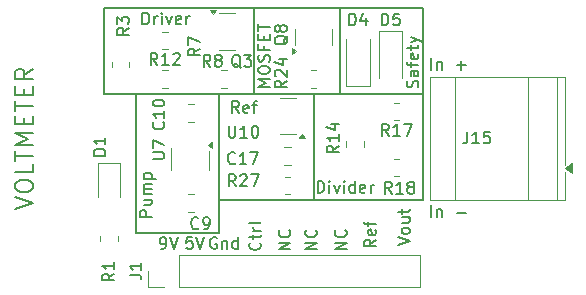
<source format=gbr>
%TF.GenerationSoftware,KiCad,Pcbnew,9.0.3*%
%TF.CreationDate,2025-12-07T20:25:51-06:00*%
%TF.ProjectId,VoltmeterFrontEnd_b,566f6c74-6d65-4746-9572-46726f6e7445,rev?*%
%TF.SameCoordinates,Original*%
%TF.FileFunction,Legend,Top*%
%TF.FilePolarity,Positive*%
%FSLAX46Y46*%
G04 Gerber Fmt 4.6, Leading zero omitted, Abs format (unit mm)*
G04 Created by KiCad (PCBNEW 9.0.3) date 2025-12-07 20:25:51*
%MOMM*%
%LPD*%
G01*
G04 APERTURE LIST*
%ADD10C,0.150000*%
%ADD11C,0.187500*%
%ADD12C,0.120000*%
G04 APERTURE END LIST*
D10*
X119369819Y-84163220D02*
X118369819Y-84163220D01*
X118369819Y-84163220D02*
X119369819Y-83591792D01*
X119369819Y-83591792D02*
X118369819Y-83591792D01*
X119274580Y-82544173D02*
X119322200Y-82591792D01*
X119322200Y-82591792D02*
X119369819Y-82734649D01*
X119369819Y-82734649D02*
X119369819Y-82829887D01*
X119369819Y-82829887D02*
X119322200Y-82972744D01*
X119322200Y-82972744D02*
X119226961Y-83067982D01*
X119226961Y-83067982D02*
X119131723Y-83115601D01*
X119131723Y-83115601D02*
X118941247Y-83163220D01*
X118941247Y-83163220D02*
X118798390Y-83163220D01*
X118798390Y-83163220D02*
X118607914Y-83115601D01*
X118607914Y-83115601D02*
X118512676Y-83067982D01*
X118512676Y-83067982D02*
X118417438Y-82972744D01*
X118417438Y-82972744D02*
X118369819Y-82829887D01*
X118369819Y-82829887D02*
X118369819Y-82734649D01*
X118369819Y-82734649D02*
X118417438Y-82591792D01*
X118417438Y-82591792D02*
X118465057Y-82544173D01*
X116869819Y-84163220D02*
X115869819Y-84163220D01*
X115869819Y-84163220D02*
X116869819Y-83591792D01*
X116869819Y-83591792D02*
X115869819Y-83591792D01*
X116774580Y-82544173D02*
X116822200Y-82591792D01*
X116822200Y-82591792D02*
X116869819Y-82734649D01*
X116869819Y-82734649D02*
X116869819Y-82829887D01*
X116869819Y-82829887D02*
X116822200Y-82972744D01*
X116822200Y-82972744D02*
X116726961Y-83067982D01*
X116726961Y-83067982D02*
X116631723Y-83115601D01*
X116631723Y-83115601D02*
X116441247Y-83163220D01*
X116441247Y-83163220D02*
X116298390Y-83163220D01*
X116298390Y-83163220D02*
X116107914Y-83115601D01*
X116107914Y-83115601D02*
X116012676Y-83067982D01*
X116012676Y-83067982D02*
X115917438Y-82972744D01*
X115917438Y-82972744D02*
X115869819Y-82829887D01*
X115869819Y-82829887D02*
X115869819Y-82734649D01*
X115869819Y-82734649D02*
X115917438Y-82591792D01*
X115917438Y-82591792D02*
X115965057Y-82544173D01*
X114619819Y-84163220D02*
X113619819Y-84163220D01*
X113619819Y-84163220D02*
X114619819Y-83591792D01*
X114619819Y-83591792D02*
X113619819Y-83591792D01*
X114524580Y-82544173D02*
X114572200Y-82591792D01*
X114572200Y-82591792D02*
X114619819Y-82734649D01*
X114619819Y-82734649D02*
X114619819Y-82829887D01*
X114619819Y-82829887D02*
X114572200Y-82972744D01*
X114572200Y-82972744D02*
X114476961Y-83067982D01*
X114476961Y-83067982D02*
X114381723Y-83115601D01*
X114381723Y-83115601D02*
X114191247Y-83163220D01*
X114191247Y-83163220D02*
X114048390Y-83163220D01*
X114048390Y-83163220D02*
X113857914Y-83115601D01*
X113857914Y-83115601D02*
X113762676Y-83067982D01*
X113762676Y-83067982D02*
X113667438Y-82972744D01*
X113667438Y-82972744D02*
X113619819Y-82829887D01*
X113619819Y-82829887D02*
X113619819Y-82734649D01*
X113619819Y-82734649D02*
X113667438Y-82591792D01*
X113667438Y-82591792D02*
X113715057Y-82544173D01*
X104586000Y-71002000D02*
X101586000Y-71002000D01*
X98836000Y-63752000D02*
X118836000Y-63752000D01*
X118836000Y-71002000D01*
X98836000Y-71002000D01*
X98836000Y-63752000D01*
X101586000Y-71002000D02*
X101586000Y-82750000D01*
X108586000Y-80002000D02*
X108586000Y-82750000D01*
X118836000Y-63752000D02*
X125836000Y-63752000D01*
X125836000Y-71002000D01*
X118836000Y-71002000D01*
X118836000Y-63752000D01*
X111500000Y-71000000D02*
X111500000Y-63750000D01*
X101586000Y-82750000D02*
X108586000Y-82750000D01*
X116586000Y-71002000D02*
X125836000Y-71002000D01*
X125836000Y-80002000D01*
X116586000Y-80002000D01*
X116586000Y-71002000D01*
X108586000Y-71002000D02*
X116586000Y-71002000D01*
X116586000Y-80002000D01*
X108586000Y-80002000D01*
X108586000Y-71002000D01*
X125836000Y-80002000D02*
X125836000Y-80002000D01*
X126547619Y-81454819D02*
X126547619Y-80454819D01*
X127023809Y-80788152D02*
X127023809Y-81454819D01*
X127023809Y-80883390D02*
X127071428Y-80835771D01*
X127071428Y-80835771D02*
X127166666Y-80788152D01*
X127166666Y-80788152D02*
X127309523Y-80788152D01*
X127309523Y-80788152D02*
X127404761Y-80835771D01*
X127404761Y-80835771D02*
X127452380Y-80931009D01*
X127452380Y-80931009D02*
X127452380Y-81454819D01*
X128690476Y-81073866D02*
X129452381Y-81073866D01*
X116922779Y-79371819D02*
X116922779Y-78371819D01*
X116922779Y-78371819D02*
X117160874Y-78371819D01*
X117160874Y-78371819D02*
X117303731Y-78419438D01*
X117303731Y-78419438D02*
X117398969Y-78514676D01*
X117398969Y-78514676D02*
X117446588Y-78609914D01*
X117446588Y-78609914D02*
X117494207Y-78800390D01*
X117494207Y-78800390D02*
X117494207Y-78943247D01*
X117494207Y-78943247D02*
X117446588Y-79133723D01*
X117446588Y-79133723D02*
X117398969Y-79228961D01*
X117398969Y-79228961D02*
X117303731Y-79324200D01*
X117303731Y-79324200D02*
X117160874Y-79371819D01*
X117160874Y-79371819D02*
X116922779Y-79371819D01*
X117922779Y-79371819D02*
X117922779Y-78705152D01*
X117922779Y-78371819D02*
X117875160Y-78419438D01*
X117875160Y-78419438D02*
X117922779Y-78467057D01*
X117922779Y-78467057D02*
X117970398Y-78419438D01*
X117970398Y-78419438D02*
X117922779Y-78371819D01*
X117922779Y-78371819D02*
X117922779Y-78467057D01*
X118303731Y-78705152D02*
X118541826Y-79371819D01*
X118541826Y-79371819D02*
X118779921Y-78705152D01*
X119160874Y-79371819D02*
X119160874Y-78705152D01*
X119160874Y-78371819D02*
X119113255Y-78419438D01*
X119113255Y-78419438D02*
X119160874Y-78467057D01*
X119160874Y-78467057D02*
X119208493Y-78419438D01*
X119208493Y-78419438D02*
X119160874Y-78371819D01*
X119160874Y-78371819D02*
X119160874Y-78467057D01*
X120065635Y-79371819D02*
X120065635Y-78371819D01*
X120065635Y-79324200D02*
X119970397Y-79371819D01*
X119970397Y-79371819D02*
X119779921Y-79371819D01*
X119779921Y-79371819D02*
X119684683Y-79324200D01*
X119684683Y-79324200D02*
X119637064Y-79276580D01*
X119637064Y-79276580D02*
X119589445Y-79181342D01*
X119589445Y-79181342D02*
X119589445Y-78895628D01*
X119589445Y-78895628D02*
X119637064Y-78800390D01*
X119637064Y-78800390D02*
X119684683Y-78752771D01*
X119684683Y-78752771D02*
X119779921Y-78705152D01*
X119779921Y-78705152D02*
X119970397Y-78705152D01*
X119970397Y-78705152D02*
X120065635Y-78752771D01*
X120922778Y-79324200D02*
X120827540Y-79371819D01*
X120827540Y-79371819D02*
X120637064Y-79371819D01*
X120637064Y-79371819D02*
X120541826Y-79324200D01*
X120541826Y-79324200D02*
X120494207Y-79228961D01*
X120494207Y-79228961D02*
X120494207Y-78848009D01*
X120494207Y-78848009D02*
X120541826Y-78752771D01*
X120541826Y-78752771D02*
X120637064Y-78705152D01*
X120637064Y-78705152D02*
X120827540Y-78705152D01*
X120827540Y-78705152D02*
X120922778Y-78752771D01*
X120922778Y-78752771D02*
X120970397Y-78848009D01*
X120970397Y-78848009D02*
X120970397Y-78943247D01*
X120970397Y-78943247D02*
X120494207Y-79038485D01*
X121398969Y-79371819D02*
X121398969Y-78705152D01*
X121398969Y-78895628D02*
X121446588Y-78800390D01*
X121446588Y-78800390D02*
X121494207Y-78752771D01*
X121494207Y-78752771D02*
X121589445Y-78705152D01*
X121589445Y-78705152D02*
X121684683Y-78705152D01*
X125408200Y-70462839D02*
X125455819Y-70319982D01*
X125455819Y-70319982D02*
X125455819Y-70081887D01*
X125455819Y-70081887D02*
X125408200Y-69986649D01*
X125408200Y-69986649D02*
X125360580Y-69939030D01*
X125360580Y-69939030D02*
X125265342Y-69891411D01*
X125265342Y-69891411D02*
X125170104Y-69891411D01*
X125170104Y-69891411D02*
X125074866Y-69939030D01*
X125074866Y-69939030D02*
X125027247Y-69986649D01*
X125027247Y-69986649D02*
X124979628Y-70081887D01*
X124979628Y-70081887D02*
X124932009Y-70272363D01*
X124932009Y-70272363D02*
X124884390Y-70367601D01*
X124884390Y-70367601D02*
X124836771Y-70415220D01*
X124836771Y-70415220D02*
X124741533Y-70462839D01*
X124741533Y-70462839D02*
X124646295Y-70462839D01*
X124646295Y-70462839D02*
X124551057Y-70415220D01*
X124551057Y-70415220D02*
X124503438Y-70367601D01*
X124503438Y-70367601D02*
X124455819Y-70272363D01*
X124455819Y-70272363D02*
X124455819Y-70034268D01*
X124455819Y-70034268D02*
X124503438Y-69891411D01*
X125455819Y-69034268D02*
X124932009Y-69034268D01*
X124932009Y-69034268D02*
X124836771Y-69081887D01*
X124836771Y-69081887D02*
X124789152Y-69177125D01*
X124789152Y-69177125D02*
X124789152Y-69367601D01*
X124789152Y-69367601D02*
X124836771Y-69462839D01*
X125408200Y-69034268D02*
X125455819Y-69129506D01*
X125455819Y-69129506D02*
X125455819Y-69367601D01*
X125455819Y-69367601D02*
X125408200Y-69462839D01*
X125408200Y-69462839D02*
X125312961Y-69510458D01*
X125312961Y-69510458D02*
X125217723Y-69510458D01*
X125217723Y-69510458D02*
X125122485Y-69462839D01*
X125122485Y-69462839D02*
X125074866Y-69367601D01*
X125074866Y-69367601D02*
X125074866Y-69129506D01*
X125074866Y-69129506D02*
X125027247Y-69034268D01*
X124789152Y-68700934D02*
X124789152Y-68319982D01*
X125455819Y-68558077D02*
X124598676Y-68558077D01*
X124598676Y-68558077D02*
X124503438Y-68510458D01*
X124503438Y-68510458D02*
X124455819Y-68415220D01*
X124455819Y-68415220D02*
X124455819Y-68319982D01*
X125408200Y-67605696D02*
X125455819Y-67700934D01*
X125455819Y-67700934D02*
X125455819Y-67891410D01*
X125455819Y-67891410D02*
X125408200Y-67986648D01*
X125408200Y-67986648D02*
X125312961Y-68034267D01*
X125312961Y-68034267D02*
X124932009Y-68034267D01*
X124932009Y-68034267D02*
X124836771Y-67986648D01*
X124836771Y-67986648D02*
X124789152Y-67891410D01*
X124789152Y-67891410D02*
X124789152Y-67700934D01*
X124789152Y-67700934D02*
X124836771Y-67605696D01*
X124836771Y-67605696D02*
X124932009Y-67558077D01*
X124932009Y-67558077D02*
X125027247Y-67558077D01*
X125027247Y-67558077D02*
X125122485Y-68034267D01*
X124789152Y-67272362D02*
X124789152Y-66891410D01*
X124455819Y-67129505D02*
X125312961Y-67129505D01*
X125312961Y-67129505D02*
X125408200Y-67081886D01*
X125408200Y-67081886D02*
X125455819Y-66986648D01*
X125455819Y-66986648D02*
X125455819Y-66891410D01*
X124789152Y-66653314D02*
X125455819Y-66415219D01*
X124789152Y-66177124D02*
X125455819Y-66415219D01*
X125455819Y-66415219D02*
X125693914Y-66510457D01*
X125693914Y-66510457D02*
X125741533Y-66558076D01*
X125741533Y-66558076D02*
X125789152Y-66653314D01*
X126547619Y-68954819D02*
X126547619Y-67954819D01*
X127023809Y-68288152D02*
X127023809Y-68954819D01*
X127023809Y-68383390D02*
X127071428Y-68335771D01*
X127071428Y-68335771D02*
X127166666Y-68288152D01*
X127166666Y-68288152D02*
X127309523Y-68288152D01*
X127309523Y-68288152D02*
X127404761Y-68335771D01*
X127404761Y-68335771D02*
X127452380Y-68431009D01*
X127452380Y-68431009D02*
X127452380Y-68954819D01*
X128690476Y-68573866D02*
X129452381Y-68573866D01*
X129071428Y-68954819D02*
X129071428Y-68192914D01*
X112869819Y-70415220D02*
X111869819Y-70415220D01*
X111869819Y-70415220D02*
X112584104Y-70081887D01*
X112584104Y-70081887D02*
X111869819Y-69748554D01*
X111869819Y-69748554D02*
X112869819Y-69748554D01*
X111869819Y-69081887D02*
X111869819Y-68891411D01*
X111869819Y-68891411D02*
X111917438Y-68796173D01*
X111917438Y-68796173D02*
X112012676Y-68700935D01*
X112012676Y-68700935D02*
X112203152Y-68653316D01*
X112203152Y-68653316D02*
X112536485Y-68653316D01*
X112536485Y-68653316D02*
X112726961Y-68700935D01*
X112726961Y-68700935D02*
X112822200Y-68796173D01*
X112822200Y-68796173D02*
X112869819Y-68891411D01*
X112869819Y-68891411D02*
X112869819Y-69081887D01*
X112869819Y-69081887D02*
X112822200Y-69177125D01*
X112822200Y-69177125D02*
X112726961Y-69272363D01*
X112726961Y-69272363D02*
X112536485Y-69319982D01*
X112536485Y-69319982D02*
X112203152Y-69319982D01*
X112203152Y-69319982D02*
X112012676Y-69272363D01*
X112012676Y-69272363D02*
X111917438Y-69177125D01*
X111917438Y-69177125D02*
X111869819Y-69081887D01*
X112822200Y-68272363D02*
X112869819Y-68129506D01*
X112869819Y-68129506D02*
X112869819Y-67891411D01*
X112869819Y-67891411D02*
X112822200Y-67796173D01*
X112822200Y-67796173D02*
X112774580Y-67748554D01*
X112774580Y-67748554D02*
X112679342Y-67700935D01*
X112679342Y-67700935D02*
X112584104Y-67700935D01*
X112584104Y-67700935D02*
X112488866Y-67748554D01*
X112488866Y-67748554D02*
X112441247Y-67796173D01*
X112441247Y-67796173D02*
X112393628Y-67891411D01*
X112393628Y-67891411D02*
X112346009Y-68081887D01*
X112346009Y-68081887D02*
X112298390Y-68177125D01*
X112298390Y-68177125D02*
X112250771Y-68224744D01*
X112250771Y-68224744D02*
X112155533Y-68272363D01*
X112155533Y-68272363D02*
X112060295Y-68272363D01*
X112060295Y-68272363D02*
X111965057Y-68224744D01*
X111965057Y-68224744D02*
X111917438Y-68177125D01*
X111917438Y-68177125D02*
X111869819Y-68081887D01*
X111869819Y-68081887D02*
X111869819Y-67843792D01*
X111869819Y-67843792D02*
X111917438Y-67700935D01*
X112346009Y-66939030D02*
X112346009Y-67272363D01*
X112869819Y-67272363D02*
X111869819Y-67272363D01*
X111869819Y-67272363D02*
X111869819Y-66796173D01*
X112346009Y-66415220D02*
X112346009Y-66081887D01*
X112869819Y-65939030D02*
X112869819Y-66415220D01*
X112869819Y-66415220D02*
X111869819Y-66415220D01*
X111869819Y-66415220D02*
X111869819Y-65939030D01*
X111869819Y-65653315D02*
X111869819Y-65081887D01*
X112869819Y-65367601D02*
X111869819Y-65367601D01*
X106312969Y-83119819D02*
X105836779Y-83119819D01*
X105836779Y-83119819D02*
X105789160Y-83596009D01*
X105789160Y-83596009D02*
X105836779Y-83548390D01*
X105836779Y-83548390D02*
X105932017Y-83500771D01*
X105932017Y-83500771D02*
X106170112Y-83500771D01*
X106170112Y-83500771D02*
X106265350Y-83548390D01*
X106265350Y-83548390D02*
X106312969Y-83596009D01*
X106312969Y-83596009D02*
X106360588Y-83691247D01*
X106360588Y-83691247D02*
X106360588Y-83929342D01*
X106360588Y-83929342D02*
X106312969Y-84024580D01*
X106312969Y-84024580D02*
X106265350Y-84072200D01*
X106265350Y-84072200D02*
X106170112Y-84119819D01*
X106170112Y-84119819D02*
X105932017Y-84119819D01*
X105932017Y-84119819D02*
X105836779Y-84072200D01*
X105836779Y-84072200D02*
X105789160Y-84024580D01*
X106646303Y-83119819D02*
X106979636Y-84119819D01*
X106979636Y-84119819D02*
X107312969Y-83119819D01*
X123705819Y-83806077D02*
X124705819Y-83472744D01*
X124705819Y-83472744D02*
X123705819Y-83139411D01*
X124705819Y-82663220D02*
X124658200Y-82758458D01*
X124658200Y-82758458D02*
X124610580Y-82806077D01*
X124610580Y-82806077D02*
X124515342Y-82853696D01*
X124515342Y-82853696D02*
X124229628Y-82853696D01*
X124229628Y-82853696D02*
X124134390Y-82806077D01*
X124134390Y-82806077D02*
X124086771Y-82758458D01*
X124086771Y-82758458D02*
X124039152Y-82663220D01*
X124039152Y-82663220D02*
X124039152Y-82520363D01*
X124039152Y-82520363D02*
X124086771Y-82425125D01*
X124086771Y-82425125D02*
X124134390Y-82377506D01*
X124134390Y-82377506D02*
X124229628Y-82329887D01*
X124229628Y-82329887D02*
X124515342Y-82329887D01*
X124515342Y-82329887D02*
X124610580Y-82377506D01*
X124610580Y-82377506D02*
X124658200Y-82425125D01*
X124658200Y-82425125D02*
X124705819Y-82520363D01*
X124705819Y-82520363D02*
X124705819Y-82663220D01*
X124039152Y-81472744D02*
X124705819Y-81472744D01*
X124039152Y-81901315D02*
X124562961Y-81901315D01*
X124562961Y-81901315D02*
X124658200Y-81853696D01*
X124658200Y-81853696D02*
X124705819Y-81758458D01*
X124705819Y-81758458D02*
X124705819Y-81615601D01*
X124705819Y-81615601D02*
X124658200Y-81520363D01*
X124658200Y-81520363D02*
X124610580Y-81472744D01*
X124039152Y-81139410D02*
X124039152Y-80758458D01*
X123705819Y-80996553D02*
X124562961Y-80996553D01*
X124562961Y-80996553D02*
X124658200Y-80948934D01*
X124658200Y-80948934D02*
X124705819Y-80853696D01*
X124705819Y-80853696D02*
X124705819Y-80758458D01*
X108360588Y-83167438D02*
X108265350Y-83119819D01*
X108265350Y-83119819D02*
X108122493Y-83119819D01*
X108122493Y-83119819D02*
X107979636Y-83167438D01*
X107979636Y-83167438D02*
X107884398Y-83262676D01*
X107884398Y-83262676D02*
X107836779Y-83357914D01*
X107836779Y-83357914D02*
X107789160Y-83548390D01*
X107789160Y-83548390D02*
X107789160Y-83691247D01*
X107789160Y-83691247D02*
X107836779Y-83881723D01*
X107836779Y-83881723D02*
X107884398Y-83976961D01*
X107884398Y-83976961D02*
X107979636Y-84072200D01*
X107979636Y-84072200D02*
X108122493Y-84119819D01*
X108122493Y-84119819D02*
X108217731Y-84119819D01*
X108217731Y-84119819D02*
X108360588Y-84072200D01*
X108360588Y-84072200D02*
X108408207Y-84024580D01*
X108408207Y-84024580D02*
X108408207Y-83691247D01*
X108408207Y-83691247D02*
X108217731Y-83691247D01*
X108836779Y-83453152D02*
X108836779Y-84119819D01*
X108836779Y-83548390D02*
X108884398Y-83500771D01*
X108884398Y-83500771D02*
X108979636Y-83453152D01*
X108979636Y-83453152D02*
X109122493Y-83453152D01*
X109122493Y-83453152D02*
X109217731Y-83500771D01*
X109217731Y-83500771D02*
X109265350Y-83596009D01*
X109265350Y-83596009D02*
X109265350Y-84119819D01*
X110170112Y-84119819D02*
X110170112Y-83119819D01*
X110170112Y-84072200D02*
X110074874Y-84119819D01*
X110074874Y-84119819D02*
X109884398Y-84119819D01*
X109884398Y-84119819D02*
X109789160Y-84072200D01*
X109789160Y-84072200D02*
X109741541Y-84024580D01*
X109741541Y-84024580D02*
X109693922Y-83929342D01*
X109693922Y-83929342D02*
X109693922Y-83643628D01*
X109693922Y-83643628D02*
X109741541Y-83548390D01*
X109741541Y-83548390D02*
X109789160Y-83500771D01*
X109789160Y-83500771D02*
X109884398Y-83453152D01*
X109884398Y-83453152D02*
X110074874Y-83453152D01*
X110074874Y-83453152D02*
X110170112Y-83500771D01*
D11*
X91306678Y-80733787D02*
X92806678Y-80233787D01*
X92806678Y-80233787D02*
X91306678Y-79733787D01*
X91306678Y-78948073D02*
X91306678Y-78662359D01*
X91306678Y-78662359D02*
X91378107Y-78519502D01*
X91378107Y-78519502D02*
X91520964Y-78376645D01*
X91520964Y-78376645D02*
X91806678Y-78305216D01*
X91806678Y-78305216D02*
X92306678Y-78305216D01*
X92306678Y-78305216D02*
X92592392Y-78376645D01*
X92592392Y-78376645D02*
X92735250Y-78519502D01*
X92735250Y-78519502D02*
X92806678Y-78662359D01*
X92806678Y-78662359D02*
X92806678Y-78948073D01*
X92806678Y-78948073D02*
X92735250Y-79090931D01*
X92735250Y-79090931D02*
X92592392Y-79233788D01*
X92592392Y-79233788D02*
X92306678Y-79305216D01*
X92306678Y-79305216D02*
X91806678Y-79305216D01*
X91806678Y-79305216D02*
X91520964Y-79233788D01*
X91520964Y-79233788D02*
X91378107Y-79090931D01*
X91378107Y-79090931D02*
X91306678Y-78948073D01*
X92806678Y-76948073D02*
X92806678Y-77662359D01*
X92806678Y-77662359D02*
X91306678Y-77662359D01*
X91306678Y-76662358D02*
X91306678Y-75805216D01*
X92806678Y-76233787D02*
X91306678Y-76233787D01*
X92806678Y-75305216D02*
X91306678Y-75305216D01*
X91306678Y-75305216D02*
X92378107Y-74805216D01*
X92378107Y-74805216D02*
X91306678Y-74305216D01*
X91306678Y-74305216D02*
X92806678Y-74305216D01*
X92020964Y-73590930D02*
X92020964Y-73090930D01*
X92806678Y-72876644D02*
X92806678Y-73590930D01*
X92806678Y-73590930D02*
X91306678Y-73590930D01*
X91306678Y-73590930D02*
X91306678Y-72876644D01*
X91306678Y-72448072D02*
X91306678Y-71590930D01*
X92806678Y-72019501D02*
X91306678Y-72019501D01*
X92020964Y-71090930D02*
X92020964Y-70590930D01*
X92806678Y-70376644D02*
X92806678Y-71090930D01*
X92806678Y-71090930D02*
X91306678Y-71090930D01*
X91306678Y-71090930D02*
X91306678Y-70376644D01*
X92806678Y-68876644D02*
X92092392Y-69376644D01*
X92806678Y-69733787D02*
X91306678Y-69733787D01*
X91306678Y-69733787D02*
X91306678Y-69162358D01*
X91306678Y-69162358D02*
X91378107Y-69019501D01*
X91378107Y-69019501D02*
X91449535Y-68948072D01*
X91449535Y-68948072D02*
X91592392Y-68876644D01*
X91592392Y-68876644D02*
X91806678Y-68876644D01*
X91806678Y-68876644D02*
X91949535Y-68948072D01*
X91949535Y-68948072D02*
X92020964Y-69019501D01*
X92020964Y-69019501D02*
X92092392Y-69162358D01*
X92092392Y-69162358D02*
X92092392Y-69733787D01*
D10*
X121869819Y-83341792D02*
X121393628Y-83675125D01*
X121869819Y-83913220D02*
X120869819Y-83913220D01*
X120869819Y-83913220D02*
X120869819Y-83532268D01*
X120869819Y-83532268D02*
X120917438Y-83437030D01*
X120917438Y-83437030D02*
X120965057Y-83389411D01*
X120965057Y-83389411D02*
X121060295Y-83341792D01*
X121060295Y-83341792D02*
X121203152Y-83341792D01*
X121203152Y-83341792D02*
X121298390Y-83389411D01*
X121298390Y-83389411D02*
X121346009Y-83437030D01*
X121346009Y-83437030D02*
X121393628Y-83532268D01*
X121393628Y-83532268D02*
X121393628Y-83913220D01*
X121822200Y-82532268D02*
X121869819Y-82627506D01*
X121869819Y-82627506D02*
X121869819Y-82817982D01*
X121869819Y-82817982D02*
X121822200Y-82913220D01*
X121822200Y-82913220D02*
X121726961Y-82960839D01*
X121726961Y-82960839D02*
X121346009Y-82960839D01*
X121346009Y-82960839D02*
X121250771Y-82913220D01*
X121250771Y-82913220D02*
X121203152Y-82817982D01*
X121203152Y-82817982D02*
X121203152Y-82627506D01*
X121203152Y-82627506D02*
X121250771Y-82532268D01*
X121250771Y-82532268D02*
X121346009Y-82484649D01*
X121346009Y-82484649D02*
X121441247Y-82484649D01*
X121441247Y-82484649D02*
X121536485Y-82960839D01*
X121203152Y-82198934D02*
X121203152Y-81817982D01*
X121869819Y-82056077D02*
X121012676Y-82056077D01*
X121012676Y-82056077D02*
X120917438Y-82008458D01*
X120917438Y-82008458D02*
X120869819Y-81913220D01*
X120869819Y-81913220D02*
X120869819Y-81817982D01*
X102086779Y-65119819D02*
X102086779Y-64119819D01*
X102086779Y-64119819D02*
X102324874Y-64119819D01*
X102324874Y-64119819D02*
X102467731Y-64167438D01*
X102467731Y-64167438D02*
X102562969Y-64262676D01*
X102562969Y-64262676D02*
X102610588Y-64357914D01*
X102610588Y-64357914D02*
X102658207Y-64548390D01*
X102658207Y-64548390D02*
X102658207Y-64691247D01*
X102658207Y-64691247D02*
X102610588Y-64881723D01*
X102610588Y-64881723D02*
X102562969Y-64976961D01*
X102562969Y-64976961D02*
X102467731Y-65072200D01*
X102467731Y-65072200D02*
X102324874Y-65119819D01*
X102324874Y-65119819D02*
X102086779Y-65119819D01*
X103086779Y-65119819D02*
X103086779Y-64453152D01*
X103086779Y-64643628D02*
X103134398Y-64548390D01*
X103134398Y-64548390D02*
X103182017Y-64500771D01*
X103182017Y-64500771D02*
X103277255Y-64453152D01*
X103277255Y-64453152D02*
X103372493Y-64453152D01*
X103705827Y-65119819D02*
X103705827Y-64453152D01*
X103705827Y-64119819D02*
X103658208Y-64167438D01*
X103658208Y-64167438D02*
X103705827Y-64215057D01*
X103705827Y-64215057D02*
X103753446Y-64167438D01*
X103753446Y-64167438D02*
X103705827Y-64119819D01*
X103705827Y-64119819D02*
X103705827Y-64215057D01*
X104086779Y-64453152D02*
X104324874Y-65119819D01*
X104324874Y-65119819D02*
X104562969Y-64453152D01*
X105324874Y-65072200D02*
X105229636Y-65119819D01*
X105229636Y-65119819D02*
X105039160Y-65119819D01*
X105039160Y-65119819D02*
X104943922Y-65072200D01*
X104943922Y-65072200D02*
X104896303Y-64976961D01*
X104896303Y-64976961D02*
X104896303Y-64596009D01*
X104896303Y-64596009D02*
X104943922Y-64500771D01*
X104943922Y-64500771D02*
X105039160Y-64453152D01*
X105039160Y-64453152D02*
X105229636Y-64453152D01*
X105229636Y-64453152D02*
X105324874Y-64500771D01*
X105324874Y-64500771D02*
X105372493Y-64596009D01*
X105372493Y-64596009D02*
X105372493Y-64691247D01*
X105372493Y-64691247D02*
X104896303Y-64786485D01*
X105801065Y-65119819D02*
X105801065Y-64453152D01*
X105801065Y-64643628D02*
X105848684Y-64548390D01*
X105848684Y-64548390D02*
X105896303Y-64500771D01*
X105896303Y-64500771D02*
X105991541Y-64453152D01*
X105991541Y-64453152D02*
X106086779Y-64453152D01*
X102869819Y-81413220D02*
X101869819Y-81413220D01*
X101869819Y-81413220D02*
X101869819Y-81032268D01*
X101869819Y-81032268D02*
X101917438Y-80937030D01*
X101917438Y-80937030D02*
X101965057Y-80889411D01*
X101965057Y-80889411D02*
X102060295Y-80841792D01*
X102060295Y-80841792D02*
X102203152Y-80841792D01*
X102203152Y-80841792D02*
X102298390Y-80889411D01*
X102298390Y-80889411D02*
X102346009Y-80937030D01*
X102346009Y-80937030D02*
X102393628Y-81032268D01*
X102393628Y-81032268D02*
X102393628Y-81413220D01*
X102203152Y-79984649D02*
X102869819Y-79984649D01*
X102203152Y-80413220D02*
X102726961Y-80413220D01*
X102726961Y-80413220D02*
X102822200Y-80365601D01*
X102822200Y-80365601D02*
X102869819Y-80270363D01*
X102869819Y-80270363D02*
X102869819Y-80127506D01*
X102869819Y-80127506D02*
X102822200Y-80032268D01*
X102822200Y-80032268D02*
X102774580Y-79984649D01*
X102869819Y-79508458D02*
X102203152Y-79508458D01*
X102298390Y-79508458D02*
X102250771Y-79460839D01*
X102250771Y-79460839D02*
X102203152Y-79365601D01*
X102203152Y-79365601D02*
X102203152Y-79222744D01*
X102203152Y-79222744D02*
X102250771Y-79127506D01*
X102250771Y-79127506D02*
X102346009Y-79079887D01*
X102346009Y-79079887D02*
X102869819Y-79079887D01*
X102346009Y-79079887D02*
X102250771Y-79032268D01*
X102250771Y-79032268D02*
X102203152Y-78937030D01*
X102203152Y-78937030D02*
X102203152Y-78794173D01*
X102203152Y-78794173D02*
X102250771Y-78698934D01*
X102250771Y-78698934D02*
X102346009Y-78651315D01*
X102346009Y-78651315D02*
X102869819Y-78651315D01*
X102203152Y-78175125D02*
X103203152Y-78175125D01*
X102250771Y-78175125D02*
X102203152Y-78079887D01*
X102203152Y-78079887D02*
X102203152Y-77889411D01*
X102203152Y-77889411D02*
X102250771Y-77794173D01*
X102250771Y-77794173D02*
X102298390Y-77746554D01*
X102298390Y-77746554D02*
X102393628Y-77698935D01*
X102393628Y-77698935D02*
X102679342Y-77698935D01*
X102679342Y-77698935D02*
X102774580Y-77746554D01*
X102774580Y-77746554D02*
X102822200Y-77794173D01*
X102822200Y-77794173D02*
X102869819Y-77889411D01*
X102869819Y-77889411D02*
X102869819Y-78079887D01*
X102869819Y-78079887D02*
X102822200Y-78175125D01*
X103634398Y-84119819D02*
X103824874Y-84119819D01*
X103824874Y-84119819D02*
X103920112Y-84072200D01*
X103920112Y-84072200D02*
X103967731Y-84024580D01*
X103967731Y-84024580D02*
X104062969Y-83881723D01*
X104062969Y-83881723D02*
X104110588Y-83691247D01*
X104110588Y-83691247D02*
X104110588Y-83310295D01*
X104110588Y-83310295D02*
X104062969Y-83215057D01*
X104062969Y-83215057D02*
X104015350Y-83167438D01*
X104015350Y-83167438D02*
X103920112Y-83119819D01*
X103920112Y-83119819D02*
X103729636Y-83119819D01*
X103729636Y-83119819D02*
X103634398Y-83167438D01*
X103634398Y-83167438D02*
X103586779Y-83215057D01*
X103586779Y-83215057D02*
X103539160Y-83310295D01*
X103539160Y-83310295D02*
X103539160Y-83548390D01*
X103539160Y-83548390D02*
X103586779Y-83643628D01*
X103586779Y-83643628D02*
X103634398Y-83691247D01*
X103634398Y-83691247D02*
X103729636Y-83738866D01*
X103729636Y-83738866D02*
X103920112Y-83738866D01*
X103920112Y-83738866D02*
X104015350Y-83691247D01*
X104015350Y-83691247D02*
X104062969Y-83643628D01*
X104062969Y-83643628D02*
X104110588Y-83548390D01*
X104396303Y-83119819D02*
X104729636Y-84119819D01*
X104729636Y-84119819D02*
X105062969Y-83119819D01*
X110244207Y-72621819D02*
X109910874Y-72145628D01*
X109672779Y-72621819D02*
X109672779Y-71621819D01*
X109672779Y-71621819D02*
X110053731Y-71621819D01*
X110053731Y-71621819D02*
X110148969Y-71669438D01*
X110148969Y-71669438D02*
X110196588Y-71717057D01*
X110196588Y-71717057D02*
X110244207Y-71812295D01*
X110244207Y-71812295D02*
X110244207Y-71955152D01*
X110244207Y-71955152D02*
X110196588Y-72050390D01*
X110196588Y-72050390D02*
X110148969Y-72098009D01*
X110148969Y-72098009D02*
X110053731Y-72145628D01*
X110053731Y-72145628D02*
X109672779Y-72145628D01*
X111053731Y-72574200D02*
X110958493Y-72621819D01*
X110958493Y-72621819D02*
X110768017Y-72621819D01*
X110768017Y-72621819D02*
X110672779Y-72574200D01*
X110672779Y-72574200D02*
X110625160Y-72478961D01*
X110625160Y-72478961D02*
X110625160Y-72098009D01*
X110625160Y-72098009D02*
X110672779Y-72002771D01*
X110672779Y-72002771D02*
X110768017Y-71955152D01*
X110768017Y-71955152D02*
X110958493Y-71955152D01*
X110958493Y-71955152D02*
X111053731Y-72002771D01*
X111053731Y-72002771D02*
X111101350Y-72098009D01*
X111101350Y-72098009D02*
X111101350Y-72193247D01*
X111101350Y-72193247D02*
X110625160Y-72288485D01*
X111387065Y-71955152D02*
X111768017Y-71955152D01*
X111529922Y-72621819D02*
X111529922Y-71764676D01*
X111529922Y-71764676D02*
X111577541Y-71669438D01*
X111577541Y-71669438D02*
X111672779Y-71621819D01*
X111672779Y-71621819D02*
X111768017Y-71621819D01*
X112024580Y-83591792D02*
X112072200Y-83639411D01*
X112072200Y-83639411D02*
X112119819Y-83782268D01*
X112119819Y-83782268D02*
X112119819Y-83877506D01*
X112119819Y-83877506D02*
X112072200Y-84020363D01*
X112072200Y-84020363D02*
X111976961Y-84115601D01*
X111976961Y-84115601D02*
X111881723Y-84163220D01*
X111881723Y-84163220D02*
X111691247Y-84210839D01*
X111691247Y-84210839D02*
X111548390Y-84210839D01*
X111548390Y-84210839D02*
X111357914Y-84163220D01*
X111357914Y-84163220D02*
X111262676Y-84115601D01*
X111262676Y-84115601D02*
X111167438Y-84020363D01*
X111167438Y-84020363D02*
X111119819Y-83877506D01*
X111119819Y-83877506D02*
X111119819Y-83782268D01*
X111119819Y-83782268D02*
X111167438Y-83639411D01*
X111167438Y-83639411D02*
X111215057Y-83591792D01*
X111453152Y-83306077D02*
X111453152Y-82925125D01*
X111119819Y-83163220D02*
X111976961Y-83163220D01*
X111976961Y-83163220D02*
X112072200Y-83115601D01*
X112072200Y-83115601D02*
X112119819Y-83020363D01*
X112119819Y-83020363D02*
X112119819Y-82925125D01*
X112119819Y-82591791D02*
X111453152Y-82591791D01*
X111643628Y-82591791D02*
X111548390Y-82544172D01*
X111548390Y-82544172D02*
X111500771Y-82496553D01*
X111500771Y-82496553D02*
X111453152Y-82401315D01*
X111453152Y-82401315D02*
X111453152Y-82306077D01*
X112119819Y-81829886D02*
X112072200Y-81925124D01*
X112072200Y-81925124D02*
X111976961Y-81972743D01*
X111976961Y-81972743D02*
X111119819Y-81972743D01*
X101004819Y-86333333D02*
X101719104Y-86333333D01*
X101719104Y-86333333D02*
X101861961Y-86380952D01*
X101861961Y-86380952D02*
X101957200Y-86476190D01*
X101957200Y-86476190D02*
X102004819Y-86619047D01*
X102004819Y-86619047D02*
X102004819Y-86714285D01*
X102004819Y-85333333D02*
X102004819Y-85904761D01*
X102004819Y-85619047D02*
X101004819Y-85619047D01*
X101004819Y-85619047D02*
X101147676Y-85714285D01*
X101147676Y-85714285D02*
X101242914Y-85809523D01*
X101242914Y-85809523D02*
X101290533Y-85904761D01*
X109980642Y-78825819D02*
X109647309Y-78349628D01*
X109409214Y-78825819D02*
X109409214Y-77825819D01*
X109409214Y-77825819D02*
X109790166Y-77825819D01*
X109790166Y-77825819D02*
X109885404Y-77873438D01*
X109885404Y-77873438D02*
X109933023Y-77921057D01*
X109933023Y-77921057D02*
X109980642Y-78016295D01*
X109980642Y-78016295D02*
X109980642Y-78159152D01*
X109980642Y-78159152D02*
X109933023Y-78254390D01*
X109933023Y-78254390D02*
X109885404Y-78302009D01*
X109885404Y-78302009D02*
X109790166Y-78349628D01*
X109790166Y-78349628D02*
X109409214Y-78349628D01*
X110361595Y-77921057D02*
X110409214Y-77873438D01*
X110409214Y-77873438D02*
X110504452Y-77825819D01*
X110504452Y-77825819D02*
X110742547Y-77825819D01*
X110742547Y-77825819D02*
X110837785Y-77873438D01*
X110837785Y-77873438D02*
X110885404Y-77921057D01*
X110885404Y-77921057D02*
X110933023Y-78016295D01*
X110933023Y-78016295D02*
X110933023Y-78111533D01*
X110933023Y-78111533D02*
X110885404Y-78254390D01*
X110885404Y-78254390D02*
X110313976Y-78825819D01*
X110313976Y-78825819D02*
X110933023Y-78825819D01*
X111266357Y-77825819D02*
X111933023Y-77825819D01*
X111933023Y-77825819D02*
X111504452Y-78825819D01*
X123193142Y-79456819D02*
X122859809Y-78980628D01*
X122621714Y-79456819D02*
X122621714Y-78456819D01*
X122621714Y-78456819D02*
X123002666Y-78456819D01*
X123002666Y-78456819D02*
X123097904Y-78504438D01*
X123097904Y-78504438D02*
X123145523Y-78552057D01*
X123145523Y-78552057D02*
X123193142Y-78647295D01*
X123193142Y-78647295D02*
X123193142Y-78790152D01*
X123193142Y-78790152D02*
X123145523Y-78885390D01*
X123145523Y-78885390D02*
X123097904Y-78933009D01*
X123097904Y-78933009D02*
X123002666Y-78980628D01*
X123002666Y-78980628D02*
X122621714Y-78980628D01*
X124145523Y-79456819D02*
X123574095Y-79456819D01*
X123859809Y-79456819D02*
X123859809Y-78456819D01*
X123859809Y-78456819D02*
X123764571Y-78599676D01*
X123764571Y-78599676D02*
X123669333Y-78694914D01*
X123669333Y-78694914D02*
X123574095Y-78742533D01*
X124716952Y-78885390D02*
X124621714Y-78837771D01*
X124621714Y-78837771D02*
X124574095Y-78790152D01*
X124574095Y-78790152D02*
X124526476Y-78694914D01*
X124526476Y-78694914D02*
X124526476Y-78647295D01*
X124526476Y-78647295D02*
X124574095Y-78552057D01*
X124574095Y-78552057D02*
X124621714Y-78504438D01*
X124621714Y-78504438D02*
X124716952Y-78456819D01*
X124716952Y-78456819D02*
X124907428Y-78456819D01*
X124907428Y-78456819D02*
X125002666Y-78504438D01*
X125002666Y-78504438D02*
X125050285Y-78552057D01*
X125050285Y-78552057D02*
X125097904Y-78647295D01*
X125097904Y-78647295D02*
X125097904Y-78694914D01*
X125097904Y-78694914D02*
X125050285Y-78790152D01*
X125050285Y-78790152D02*
X125002666Y-78837771D01*
X125002666Y-78837771D02*
X124907428Y-78885390D01*
X124907428Y-78885390D02*
X124716952Y-78885390D01*
X124716952Y-78885390D02*
X124621714Y-78933009D01*
X124621714Y-78933009D02*
X124574095Y-78980628D01*
X124574095Y-78980628D02*
X124526476Y-79075866D01*
X124526476Y-79075866D02*
X124526476Y-79266342D01*
X124526476Y-79266342D02*
X124574095Y-79361580D01*
X124574095Y-79361580D02*
X124621714Y-79409200D01*
X124621714Y-79409200D02*
X124716952Y-79456819D01*
X124716952Y-79456819D02*
X124907428Y-79456819D01*
X124907428Y-79456819D02*
X125002666Y-79409200D01*
X125002666Y-79409200D02*
X125050285Y-79361580D01*
X125050285Y-79361580D02*
X125097904Y-79266342D01*
X125097904Y-79266342D02*
X125097904Y-79075866D01*
X125097904Y-79075866D02*
X125050285Y-78980628D01*
X125050285Y-78980628D02*
X125002666Y-78933009D01*
X125002666Y-78933009D02*
X124907428Y-78885390D01*
X118704819Y-75392857D02*
X118228628Y-75726190D01*
X118704819Y-75964285D02*
X117704819Y-75964285D01*
X117704819Y-75964285D02*
X117704819Y-75583333D01*
X117704819Y-75583333D02*
X117752438Y-75488095D01*
X117752438Y-75488095D02*
X117800057Y-75440476D01*
X117800057Y-75440476D02*
X117895295Y-75392857D01*
X117895295Y-75392857D02*
X118038152Y-75392857D01*
X118038152Y-75392857D02*
X118133390Y-75440476D01*
X118133390Y-75440476D02*
X118181009Y-75488095D01*
X118181009Y-75488095D02*
X118228628Y-75583333D01*
X118228628Y-75583333D02*
X118228628Y-75964285D01*
X118704819Y-74440476D02*
X118704819Y-75011904D01*
X118704819Y-74726190D02*
X117704819Y-74726190D01*
X117704819Y-74726190D02*
X117847676Y-74821428D01*
X117847676Y-74821428D02*
X117942914Y-74916666D01*
X117942914Y-74916666D02*
X117990533Y-75011904D01*
X118038152Y-73583333D02*
X118704819Y-73583333D01*
X117657200Y-73821428D02*
X118371485Y-74059523D01*
X118371485Y-74059523D02*
X118371485Y-73440476D01*
X109385405Y-73706819D02*
X109385405Y-74516342D01*
X109385405Y-74516342D02*
X109433024Y-74611580D01*
X109433024Y-74611580D02*
X109480643Y-74659200D01*
X109480643Y-74659200D02*
X109575881Y-74706819D01*
X109575881Y-74706819D02*
X109766357Y-74706819D01*
X109766357Y-74706819D02*
X109861595Y-74659200D01*
X109861595Y-74659200D02*
X109909214Y-74611580D01*
X109909214Y-74611580D02*
X109956833Y-74516342D01*
X109956833Y-74516342D02*
X109956833Y-73706819D01*
X110956833Y-74706819D02*
X110385405Y-74706819D01*
X110671119Y-74706819D02*
X110671119Y-73706819D01*
X110671119Y-73706819D02*
X110575881Y-73849676D01*
X110575881Y-73849676D02*
X110480643Y-73944914D01*
X110480643Y-73944914D02*
X110385405Y-73992533D01*
X111575881Y-73706819D02*
X111671119Y-73706819D01*
X111671119Y-73706819D02*
X111766357Y-73754438D01*
X111766357Y-73754438D02*
X111813976Y-73802057D01*
X111813976Y-73802057D02*
X111861595Y-73897295D01*
X111861595Y-73897295D02*
X111909214Y-74087771D01*
X111909214Y-74087771D02*
X111909214Y-74325866D01*
X111909214Y-74325866D02*
X111861595Y-74516342D01*
X111861595Y-74516342D02*
X111813976Y-74611580D01*
X111813976Y-74611580D02*
X111766357Y-74659200D01*
X111766357Y-74659200D02*
X111671119Y-74706819D01*
X111671119Y-74706819D02*
X111575881Y-74706819D01*
X111575881Y-74706819D02*
X111480643Y-74659200D01*
X111480643Y-74659200D02*
X111433024Y-74611580D01*
X111433024Y-74611580D02*
X111385405Y-74516342D01*
X111385405Y-74516342D02*
X111337786Y-74325866D01*
X111337786Y-74325866D02*
X111337786Y-74087771D01*
X111337786Y-74087771D02*
X111385405Y-73897295D01*
X111385405Y-73897295D02*
X111433024Y-73802057D01*
X111433024Y-73802057D02*
X111480643Y-73754438D01*
X111480643Y-73754438D02*
X111575881Y-73706819D01*
X106833333Y-82359580D02*
X106785714Y-82407200D01*
X106785714Y-82407200D02*
X106642857Y-82454819D01*
X106642857Y-82454819D02*
X106547619Y-82454819D01*
X106547619Y-82454819D02*
X106404762Y-82407200D01*
X106404762Y-82407200D02*
X106309524Y-82311961D01*
X106309524Y-82311961D02*
X106261905Y-82216723D01*
X106261905Y-82216723D02*
X106214286Y-82026247D01*
X106214286Y-82026247D02*
X106214286Y-81883390D01*
X106214286Y-81883390D02*
X106261905Y-81692914D01*
X106261905Y-81692914D02*
X106309524Y-81597676D01*
X106309524Y-81597676D02*
X106404762Y-81502438D01*
X106404762Y-81502438D02*
X106547619Y-81454819D01*
X106547619Y-81454819D02*
X106642857Y-81454819D01*
X106642857Y-81454819D02*
X106785714Y-81502438D01*
X106785714Y-81502438D02*
X106833333Y-81550057D01*
X107309524Y-82454819D02*
X107500000Y-82454819D01*
X107500000Y-82454819D02*
X107595238Y-82407200D01*
X107595238Y-82407200D02*
X107642857Y-82359580D01*
X107642857Y-82359580D02*
X107738095Y-82216723D01*
X107738095Y-82216723D02*
X107785714Y-82026247D01*
X107785714Y-82026247D02*
X107785714Y-81645295D01*
X107785714Y-81645295D02*
X107738095Y-81550057D01*
X107738095Y-81550057D02*
X107690476Y-81502438D01*
X107690476Y-81502438D02*
X107595238Y-81454819D01*
X107595238Y-81454819D02*
X107404762Y-81454819D01*
X107404762Y-81454819D02*
X107309524Y-81502438D01*
X107309524Y-81502438D02*
X107261905Y-81550057D01*
X107261905Y-81550057D02*
X107214286Y-81645295D01*
X107214286Y-81645295D02*
X107214286Y-81883390D01*
X107214286Y-81883390D02*
X107261905Y-81978628D01*
X107261905Y-81978628D02*
X107309524Y-82026247D01*
X107309524Y-82026247D02*
X107404762Y-82073866D01*
X107404762Y-82073866D02*
X107595238Y-82073866D01*
X107595238Y-82073866D02*
X107690476Y-82026247D01*
X107690476Y-82026247D02*
X107738095Y-81978628D01*
X107738095Y-81978628D02*
X107785714Y-81883390D01*
X99704819Y-86217666D02*
X99228628Y-86550999D01*
X99704819Y-86789094D02*
X98704819Y-86789094D01*
X98704819Y-86789094D02*
X98704819Y-86408142D01*
X98704819Y-86408142D02*
X98752438Y-86312904D01*
X98752438Y-86312904D02*
X98800057Y-86265285D01*
X98800057Y-86265285D02*
X98895295Y-86217666D01*
X98895295Y-86217666D02*
X99038152Y-86217666D01*
X99038152Y-86217666D02*
X99133390Y-86265285D01*
X99133390Y-86265285D02*
X99181009Y-86312904D01*
X99181009Y-86312904D02*
X99228628Y-86408142D01*
X99228628Y-86408142D02*
X99228628Y-86789094D01*
X99704819Y-85265285D02*
X99704819Y-85836713D01*
X99704819Y-85550999D02*
X98704819Y-85550999D01*
X98704819Y-85550999D02*
X98847676Y-85646237D01*
X98847676Y-85646237D02*
X98942914Y-85741475D01*
X98942914Y-85741475D02*
X98990533Y-85836713D01*
X122943142Y-74551819D02*
X122609809Y-74075628D01*
X122371714Y-74551819D02*
X122371714Y-73551819D01*
X122371714Y-73551819D02*
X122752666Y-73551819D01*
X122752666Y-73551819D02*
X122847904Y-73599438D01*
X122847904Y-73599438D02*
X122895523Y-73647057D01*
X122895523Y-73647057D02*
X122943142Y-73742295D01*
X122943142Y-73742295D02*
X122943142Y-73885152D01*
X122943142Y-73885152D02*
X122895523Y-73980390D01*
X122895523Y-73980390D02*
X122847904Y-74028009D01*
X122847904Y-74028009D02*
X122752666Y-74075628D01*
X122752666Y-74075628D02*
X122371714Y-74075628D01*
X123895523Y-74551819D02*
X123324095Y-74551819D01*
X123609809Y-74551819D02*
X123609809Y-73551819D01*
X123609809Y-73551819D02*
X123514571Y-73694676D01*
X123514571Y-73694676D02*
X123419333Y-73789914D01*
X123419333Y-73789914D02*
X123324095Y-73837533D01*
X124228857Y-73551819D02*
X124895523Y-73551819D01*
X124895523Y-73551819D02*
X124466952Y-74551819D01*
X106954819Y-67166666D02*
X106478628Y-67499999D01*
X106954819Y-67738094D02*
X105954819Y-67738094D01*
X105954819Y-67738094D02*
X105954819Y-67357142D01*
X105954819Y-67357142D02*
X106002438Y-67261904D01*
X106002438Y-67261904D02*
X106050057Y-67214285D01*
X106050057Y-67214285D02*
X106145295Y-67166666D01*
X106145295Y-67166666D02*
X106288152Y-67166666D01*
X106288152Y-67166666D02*
X106383390Y-67214285D01*
X106383390Y-67214285D02*
X106431009Y-67261904D01*
X106431009Y-67261904D02*
X106478628Y-67357142D01*
X106478628Y-67357142D02*
X106478628Y-67738094D01*
X105954819Y-66833332D02*
X105954819Y-66166666D01*
X105954819Y-66166666D02*
X106954819Y-66595237D01*
X102954819Y-76511904D02*
X103764342Y-76511904D01*
X103764342Y-76511904D02*
X103859580Y-76464285D01*
X103859580Y-76464285D02*
X103907200Y-76416666D01*
X103907200Y-76416666D02*
X103954819Y-76321428D01*
X103954819Y-76321428D02*
X103954819Y-76130952D01*
X103954819Y-76130952D02*
X103907200Y-76035714D01*
X103907200Y-76035714D02*
X103859580Y-75988095D01*
X103859580Y-75988095D02*
X103764342Y-75940476D01*
X103764342Y-75940476D02*
X102954819Y-75940476D01*
X102954819Y-75559523D02*
X102954819Y-74892857D01*
X102954819Y-74892857D02*
X103954819Y-75321428D01*
X100954819Y-65416666D02*
X100478628Y-65749999D01*
X100954819Y-65988094D02*
X99954819Y-65988094D01*
X99954819Y-65988094D02*
X99954819Y-65607142D01*
X99954819Y-65607142D02*
X100002438Y-65511904D01*
X100002438Y-65511904D02*
X100050057Y-65464285D01*
X100050057Y-65464285D02*
X100145295Y-65416666D01*
X100145295Y-65416666D02*
X100288152Y-65416666D01*
X100288152Y-65416666D02*
X100383390Y-65464285D01*
X100383390Y-65464285D02*
X100431009Y-65511904D01*
X100431009Y-65511904D02*
X100478628Y-65607142D01*
X100478628Y-65607142D02*
X100478628Y-65988094D01*
X99954819Y-65083332D02*
X99954819Y-64464285D01*
X99954819Y-64464285D02*
X100335771Y-64797618D01*
X100335771Y-64797618D02*
X100335771Y-64654761D01*
X100335771Y-64654761D02*
X100383390Y-64559523D01*
X100383390Y-64559523D02*
X100431009Y-64511904D01*
X100431009Y-64511904D02*
X100526247Y-64464285D01*
X100526247Y-64464285D02*
X100764342Y-64464285D01*
X100764342Y-64464285D02*
X100859580Y-64511904D01*
X100859580Y-64511904D02*
X100907200Y-64559523D01*
X100907200Y-64559523D02*
X100954819Y-64654761D01*
X100954819Y-64654761D02*
X100954819Y-64940475D01*
X100954819Y-64940475D02*
X100907200Y-65035713D01*
X100907200Y-65035713D02*
X100859580Y-65083332D01*
X110404761Y-68800057D02*
X110309523Y-68752438D01*
X110309523Y-68752438D02*
X110214285Y-68657200D01*
X110214285Y-68657200D02*
X110071428Y-68514342D01*
X110071428Y-68514342D02*
X109976190Y-68466723D01*
X109976190Y-68466723D02*
X109880952Y-68466723D01*
X109928571Y-68704819D02*
X109833333Y-68657200D01*
X109833333Y-68657200D02*
X109738095Y-68561961D01*
X109738095Y-68561961D02*
X109690476Y-68371485D01*
X109690476Y-68371485D02*
X109690476Y-68038152D01*
X109690476Y-68038152D02*
X109738095Y-67847676D01*
X109738095Y-67847676D02*
X109833333Y-67752438D01*
X109833333Y-67752438D02*
X109928571Y-67704819D01*
X109928571Y-67704819D02*
X110119047Y-67704819D01*
X110119047Y-67704819D02*
X110214285Y-67752438D01*
X110214285Y-67752438D02*
X110309523Y-67847676D01*
X110309523Y-67847676D02*
X110357142Y-68038152D01*
X110357142Y-68038152D02*
X110357142Y-68371485D01*
X110357142Y-68371485D02*
X110309523Y-68561961D01*
X110309523Y-68561961D02*
X110214285Y-68657200D01*
X110214285Y-68657200D02*
X110119047Y-68704819D01*
X110119047Y-68704819D02*
X109928571Y-68704819D01*
X110690476Y-67704819D02*
X111309523Y-67704819D01*
X111309523Y-67704819D02*
X110976190Y-68085771D01*
X110976190Y-68085771D02*
X111119047Y-68085771D01*
X111119047Y-68085771D02*
X111214285Y-68133390D01*
X111214285Y-68133390D02*
X111261904Y-68181009D01*
X111261904Y-68181009D02*
X111309523Y-68276247D01*
X111309523Y-68276247D02*
X111309523Y-68514342D01*
X111309523Y-68514342D02*
X111261904Y-68609580D01*
X111261904Y-68609580D02*
X111214285Y-68657200D01*
X111214285Y-68657200D02*
X111119047Y-68704819D01*
X111119047Y-68704819D02*
X110833333Y-68704819D01*
X110833333Y-68704819D02*
X110738095Y-68657200D01*
X110738095Y-68657200D02*
X110690476Y-68609580D01*
X103357142Y-68554819D02*
X103023809Y-68078628D01*
X102785714Y-68554819D02*
X102785714Y-67554819D01*
X102785714Y-67554819D02*
X103166666Y-67554819D01*
X103166666Y-67554819D02*
X103261904Y-67602438D01*
X103261904Y-67602438D02*
X103309523Y-67650057D01*
X103309523Y-67650057D02*
X103357142Y-67745295D01*
X103357142Y-67745295D02*
X103357142Y-67888152D01*
X103357142Y-67888152D02*
X103309523Y-67983390D01*
X103309523Y-67983390D02*
X103261904Y-68031009D01*
X103261904Y-68031009D02*
X103166666Y-68078628D01*
X103166666Y-68078628D02*
X102785714Y-68078628D01*
X104309523Y-68554819D02*
X103738095Y-68554819D01*
X104023809Y-68554819D02*
X104023809Y-67554819D01*
X104023809Y-67554819D02*
X103928571Y-67697676D01*
X103928571Y-67697676D02*
X103833333Y-67792914D01*
X103833333Y-67792914D02*
X103738095Y-67840533D01*
X104690476Y-67650057D02*
X104738095Y-67602438D01*
X104738095Y-67602438D02*
X104833333Y-67554819D01*
X104833333Y-67554819D02*
X105071428Y-67554819D01*
X105071428Y-67554819D02*
X105166666Y-67602438D01*
X105166666Y-67602438D02*
X105214285Y-67650057D01*
X105214285Y-67650057D02*
X105261904Y-67745295D01*
X105261904Y-67745295D02*
X105261904Y-67840533D01*
X105261904Y-67840533D02*
X105214285Y-67983390D01*
X105214285Y-67983390D02*
X104642857Y-68554819D01*
X104642857Y-68554819D02*
X105261904Y-68554819D01*
X119597905Y-65206819D02*
X119597905Y-64206819D01*
X119597905Y-64206819D02*
X119836000Y-64206819D01*
X119836000Y-64206819D02*
X119978857Y-64254438D01*
X119978857Y-64254438D02*
X120074095Y-64349676D01*
X120074095Y-64349676D02*
X120121714Y-64444914D01*
X120121714Y-64444914D02*
X120169333Y-64635390D01*
X120169333Y-64635390D02*
X120169333Y-64778247D01*
X120169333Y-64778247D02*
X120121714Y-64968723D01*
X120121714Y-64968723D02*
X120074095Y-65063961D01*
X120074095Y-65063961D02*
X119978857Y-65159200D01*
X119978857Y-65159200D02*
X119836000Y-65206819D01*
X119836000Y-65206819D02*
X119597905Y-65206819D01*
X121026476Y-64540152D02*
X121026476Y-65206819D01*
X120788381Y-64159200D02*
X120550286Y-64873485D01*
X120550286Y-64873485D02*
X121169333Y-64873485D01*
X114290819Y-69894857D02*
X113814628Y-70228190D01*
X114290819Y-70466285D02*
X113290819Y-70466285D01*
X113290819Y-70466285D02*
X113290819Y-70085333D01*
X113290819Y-70085333D02*
X113338438Y-69990095D01*
X113338438Y-69990095D02*
X113386057Y-69942476D01*
X113386057Y-69942476D02*
X113481295Y-69894857D01*
X113481295Y-69894857D02*
X113624152Y-69894857D01*
X113624152Y-69894857D02*
X113719390Y-69942476D01*
X113719390Y-69942476D02*
X113767009Y-69990095D01*
X113767009Y-69990095D02*
X113814628Y-70085333D01*
X113814628Y-70085333D02*
X113814628Y-70466285D01*
X113386057Y-69513904D02*
X113338438Y-69466285D01*
X113338438Y-69466285D02*
X113290819Y-69371047D01*
X113290819Y-69371047D02*
X113290819Y-69132952D01*
X113290819Y-69132952D02*
X113338438Y-69037714D01*
X113338438Y-69037714D02*
X113386057Y-68990095D01*
X113386057Y-68990095D02*
X113481295Y-68942476D01*
X113481295Y-68942476D02*
X113576533Y-68942476D01*
X113576533Y-68942476D02*
X113719390Y-68990095D01*
X113719390Y-68990095D02*
X114290819Y-69561523D01*
X114290819Y-69561523D02*
X114290819Y-68942476D01*
X113624152Y-68085333D02*
X114290819Y-68085333D01*
X113243200Y-68323428D02*
X113957485Y-68561523D01*
X113957485Y-68561523D02*
X113957485Y-67942476D01*
X103859580Y-73392857D02*
X103907200Y-73440476D01*
X103907200Y-73440476D02*
X103954819Y-73583333D01*
X103954819Y-73583333D02*
X103954819Y-73678571D01*
X103954819Y-73678571D02*
X103907200Y-73821428D01*
X103907200Y-73821428D02*
X103811961Y-73916666D01*
X103811961Y-73916666D02*
X103716723Y-73964285D01*
X103716723Y-73964285D02*
X103526247Y-74011904D01*
X103526247Y-74011904D02*
X103383390Y-74011904D01*
X103383390Y-74011904D02*
X103192914Y-73964285D01*
X103192914Y-73964285D02*
X103097676Y-73916666D01*
X103097676Y-73916666D02*
X103002438Y-73821428D01*
X103002438Y-73821428D02*
X102954819Y-73678571D01*
X102954819Y-73678571D02*
X102954819Y-73583333D01*
X102954819Y-73583333D02*
X103002438Y-73440476D01*
X103002438Y-73440476D02*
X103050057Y-73392857D01*
X103954819Y-72440476D02*
X103954819Y-73011904D01*
X103954819Y-72726190D02*
X102954819Y-72726190D01*
X102954819Y-72726190D02*
X103097676Y-72821428D01*
X103097676Y-72821428D02*
X103192914Y-72916666D01*
X103192914Y-72916666D02*
X103240533Y-73011904D01*
X102954819Y-71821428D02*
X102954819Y-71726190D01*
X102954819Y-71726190D02*
X103002438Y-71630952D01*
X103002438Y-71630952D02*
X103050057Y-71583333D01*
X103050057Y-71583333D02*
X103145295Y-71535714D01*
X103145295Y-71535714D02*
X103335771Y-71488095D01*
X103335771Y-71488095D02*
X103573866Y-71488095D01*
X103573866Y-71488095D02*
X103764342Y-71535714D01*
X103764342Y-71535714D02*
X103859580Y-71583333D01*
X103859580Y-71583333D02*
X103907200Y-71630952D01*
X103907200Y-71630952D02*
X103954819Y-71726190D01*
X103954819Y-71726190D02*
X103954819Y-71821428D01*
X103954819Y-71821428D02*
X103907200Y-71916666D01*
X103907200Y-71916666D02*
X103859580Y-71964285D01*
X103859580Y-71964285D02*
X103764342Y-72011904D01*
X103764342Y-72011904D02*
X103573866Y-72059523D01*
X103573866Y-72059523D02*
X103335771Y-72059523D01*
X103335771Y-72059523D02*
X103145295Y-72011904D01*
X103145295Y-72011904D02*
X103050057Y-71964285D01*
X103050057Y-71964285D02*
X103002438Y-71916666D01*
X103002438Y-71916666D02*
X102954819Y-71821428D01*
X129604476Y-74204819D02*
X129604476Y-74919104D01*
X129604476Y-74919104D02*
X129556857Y-75061961D01*
X129556857Y-75061961D02*
X129461619Y-75157200D01*
X129461619Y-75157200D02*
X129318762Y-75204819D01*
X129318762Y-75204819D02*
X129223524Y-75204819D01*
X130604476Y-75204819D02*
X130033048Y-75204819D01*
X130318762Y-75204819D02*
X130318762Y-74204819D01*
X130318762Y-74204819D02*
X130223524Y-74347676D01*
X130223524Y-74347676D02*
X130128286Y-74442914D01*
X130128286Y-74442914D02*
X130033048Y-74490533D01*
X131509238Y-74204819D02*
X131033048Y-74204819D01*
X131033048Y-74204819D02*
X130985429Y-74681009D01*
X130985429Y-74681009D02*
X131033048Y-74633390D01*
X131033048Y-74633390D02*
X131128286Y-74585771D01*
X131128286Y-74585771D02*
X131366381Y-74585771D01*
X131366381Y-74585771D02*
X131461619Y-74633390D01*
X131461619Y-74633390D02*
X131509238Y-74681009D01*
X131509238Y-74681009D02*
X131556857Y-74776247D01*
X131556857Y-74776247D02*
X131556857Y-75014342D01*
X131556857Y-75014342D02*
X131509238Y-75109580D01*
X131509238Y-75109580D02*
X131461619Y-75157200D01*
X131461619Y-75157200D02*
X131366381Y-75204819D01*
X131366381Y-75204819D02*
X131128286Y-75204819D01*
X131128286Y-75204819D02*
X131033048Y-75157200D01*
X131033048Y-75157200D02*
X130985429Y-75109580D01*
X122347905Y-65206819D02*
X122347905Y-64206819D01*
X122347905Y-64206819D02*
X122586000Y-64206819D01*
X122586000Y-64206819D02*
X122728857Y-64254438D01*
X122728857Y-64254438D02*
X122824095Y-64349676D01*
X122824095Y-64349676D02*
X122871714Y-64444914D01*
X122871714Y-64444914D02*
X122919333Y-64635390D01*
X122919333Y-64635390D02*
X122919333Y-64778247D01*
X122919333Y-64778247D02*
X122871714Y-64968723D01*
X122871714Y-64968723D02*
X122824095Y-65063961D01*
X122824095Y-65063961D02*
X122728857Y-65159200D01*
X122728857Y-65159200D02*
X122586000Y-65206819D01*
X122586000Y-65206819D02*
X122347905Y-65206819D01*
X123824095Y-64206819D02*
X123347905Y-64206819D01*
X123347905Y-64206819D02*
X123300286Y-64683009D01*
X123300286Y-64683009D02*
X123347905Y-64635390D01*
X123347905Y-64635390D02*
X123443143Y-64587771D01*
X123443143Y-64587771D02*
X123681238Y-64587771D01*
X123681238Y-64587771D02*
X123776476Y-64635390D01*
X123776476Y-64635390D02*
X123824095Y-64683009D01*
X123824095Y-64683009D02*
X123871714Y-64778247D01*
X123871714Y-64778247D02*
X123871714Y-65016342D01*
X123871714Y-65016342D02*
X123824095Y-65111580D01*
X123824095Y-65111580D02*
X123776476Y-65159200D01*
X123776476Y-65159200D02*
X123681238Y-65206819D01*
X123681238Y-65206819D02*
X123443143Y-65206819D01*
X123443143Y-65206819D02*
X123347905Y-65159200D01*
X123347905Y-65159200D02*
X123300286Y-65111580D01*
X114386057Y-66097238D02*
X114338438Y-66192476D01*
X114338438Y-66192476D02*
X114243200Y-66287714D01*
X114243200Y-66287714D02*
X114100342Y-66430571D01*
X114100342Y-66430571D02*
X114052723Y-66525809D01*
X114052723Y-66525809D02*
X114052723Y-66621047D01*
X114290819Y-66573428D02*
X114243200Y-66668666D01*
X114243200Y-66668666D02*
X114147961Y-66763904D01*
X114147961Y-66763904D02*
X113957485Y-66811523D01*
X113957485Y-66811523D02*
X113624152Y-66811523D01*
X113624152Y-66811523D02*
X113433676Y-66763904D01*
X113433676Y-66763904D02*
X113338438Y-66668666D01*
X113338438Y-66668666D02*
X113290819Y-66573428D01*
X113290819Y-66573428D02*
X113290819Y-66382952D01*
X113290819Y-66382952D02*
X113338438Y-66287714D01*
X113338438Y-66287714D02*
X113433676Y-66192476D01*
X113433676Y-66192476D02*
X113624152Y-66144857D01*
X113624152Y-66144857D02*
X113957485Y-66144857D01*
X113957485Y-66144857D02*
X114147961Y-66192476D01*
X114147961Y-66192476D02*
X114243200Y-66287714D01*
X114243200Y-66287714D02*
X114290819Y-66382952D01*
X114290819Y-66382952D02*
X114290819Y-66573428D01*
X113719390Y-65573428D02*
X113671771Y-65668666D01*
X113671771Y-65668666D02*
X113624152Y-65716285D01*
X113624152Y-65716285D02*
X113528914Y-65763904D01*
X113528914Y-65763904D02*
X113481295Y-65763904D01*
X113481295Y-65763904D02*
X113386057Y-65716285D01*
X113386057Y-65716285D02*
X113338438Y-65668666D01*
X113338438Y-65668666D02*
X113290819Y-65573428D01*
X113290819Y-65573428D02*
X113290819Y-65382952D01*
X113290819Y-65382952D02*
X113338438Y-65287714D01*
X113338438Y-65287714D02*
X113386057Y-65240095D01*
X113386057Y-65240095D02*
X113481295Y-65192476D01*
X113481295Y-65192476D02*
X113528914Y-65192476D01*
X113528914Y-65192476D02*
X113624152Y-65240095D01*
X113624152Y-65240095D02*
X113671771Y-65287714D01*
X113671771Y-65287714D02*
X113719390Y-65382952D01*
X113719390Y-65382952D02*
X113719390Y-65573428D01*
X113719390Y-65573428D02*
X113767009Y-65668666D01*
X113767009Y-65668666D02*
X113814628Y-65716285D01*
X113814628Y-65716285D02*
X113909866Y-65763904D01*
X113909866Y-65763904D02*
X114100342Y-65763904D01*
X114100342Y-65763904D02*
X114195580Y-65716285D01*
X114195580Y-65716285D02*
X114243200Y-65668666D01*
X114243200Y-65668666D02*
X114290819Y-65573428D01*
X114290819Y-65573428D02*
X114290819Y-65382952D01*
X114290819Y-65382952D02*
X114243200Y-65287714D01*
X114243200Y-65287714D02*
X114195580Y-65240095D01*
X114195580Y-65240095D02*
X114100342Y-65192476D01*
X114100342Y-65192476D02*
X113909866Y-65192476D01*
X113909866Y-65192476D02*
X113814628Y-65240095D01*
X113814628Y-65240095D02*
X113767009Y-65287714D01*
X113767009Y-65287714D02*
X113719390Y-65382952D01*
X107833333Y-68704819D02*
X107500000Y-68228628D01*
X107261905Y-68704819D02*
X107261905Y-67704819D01*
X107261905Y-67704819D02*
X107642857Y-67704819D01*
X107642857Y-67704819D02*
X107738095Y-67752438D01*
X107738095Y-67752438D02*
X107785714Y-67800057D01*
X107785714Y-67800057D02*
X107833333Y-67895295D01*
X107833333Y-67895295D02*
X107833333Y-68038152D01*
X107833333Y-68038152D02*
X107785714Y-68133390D01*
X107785714Y-68133390D02*
X107738095Y-68181009D01*
X107738095Y-68181009D02*
X107642857Y-68228628D01*
X107642857Y-68228628D02*
X107261905Y-68228628D01*
X108404762Y-68133390D02*
X108309524Y-68085771D01*
X108309524Y-68085771D02*
X108261905Y-68038152D01*
X108261905Y-68038152D02*
X108214286Y-67942914D01*
X108214286Y-67942914D02*
X108214286Y-67895295D01*
X108214286Y-67895295D02*
X108261905Y-67800057D01*
X108261905Y-67800057D02*
X108309524Y-67752438D01*
X108309524Y-67752438D02*
X108404762Y-67704819D01*
X108404762Y-67704819D02*
X108595238Y-67704819D01*
X108595238Y-67704819D02*
X108690476Y-67752438D01*
X108690476Y-67752438D02*
X108738095Y-67800057D01*
X108738095Y-67800057D02*
X108785714Y-67895295D01*
X108785714Y-67895295D02*
X108785714Y-67942914D01*
X108785714Y-67942914D02*
X108738095Y-68038152D01*
X108738095Y-68038152D02*
X108690476Y-68085771D01*
X108690476Y-68085771D02*
X108595238Y-68133390D01*
X108595238Y-68133390D02*
X108404762Y-68133390D01*
X108404762Y-68133390D02*
X108309524Y-68181009D01*
X108309524Y-68181009D02*
X108261905Y-68228628D01*
X108261905Y-68228628D02*
X108214286Y-68323866D01*
X108214286Y-68323866D02*
X108214286Y-68514342D01*
X108214286Y-68514342D02*
X108261905Y-68609580D01*
X108261905Y-68609580D02*
X108309524Y-68657200D01*
X108309524Y-68657200D02*
X108404762Y-68704819D01*
X108404762Y-68704819D02*
X108595238Y-68704819D01*
X108595238Y-68704819D02*
X108690476Y-68657200D01*
X108690476Y-68657200D02*
X108738095Y-68609580D01*
X108738095Y-68609580D02*
X108785714Y-68514342D01*
X108785714Y-68514342D02*
X108785714Y-68323866D01*
X108785714Y-68323866D02*
X108738095Y-68228628D01*
X108738095Y-68228628D02*
X108690476Y-68181009D01*
X108690476Y-68181009D02*
X108595238Y-68133390D01*
X98954819Y-76238094D02*
X97954819Y-76238094D01*
X97954819Y-76238094D02*
X97954819Y-75999999D01*
X97954819Y-75999999D02*
X98002438Y-75857142D01*
X98002438Y-75857142D02*
X98097676Y-75761904D01*
X98097676Y-75761904D02*
X98192914Y-75714285D01*
X98192914Y-75714285D02*
X98383390Y-75666666D01*
X98383390Y-75666666D02*
X98526247Y-75666666D01*
X98526247Y-75666666D02*
X98716723Y-75714285D01*
X98716723Y-75714285D02*
X98811961Y-75761904D01*
X98811961Y-75761904D02*
X98907200Y-75857142D01*
X98907200Y-75857142D02*
X98954819Y-75999999D01*
X98954819Y-75999999D02*
X98954819Y-76238094D01*
X98954819Y-74714285D02*
X98954819Y-75285713D01*
X98954819Y-74999999D02*
X97954819Y-74999999D01*
X97954819Y-74999999D02*
X98097676Y-75095237D01*
X98097676Y-75095237D02*
X98192914Y-75190475D01*
X98192914Y-75190475D02*
X98240533Y-75285713D01*
X109943142Y-76861580D02*
X109895523Y-76909200D01*
X109895523Y-76909200D02*
X109752666Y-76956819D01*
X109752666Y-76956819D02*
X109657428Y-76956819D01*
X109657428Y-76956819D02*
X109514571Y-76909200D01*
X109514571Y-76909200D02*
X109419333Y-76813961D01*
X109419333Y-76813961D02*
X109371714Y-76718723D01*
X109371714Y-76718723D02*
X109324095Y-76528247D01*
X109324095Y-76528247D02*
X109324095Y-76385390D01*
X109324095Y-76385390D02*
X109371714Y-76194914D01*
X109371714Y-76194914D02*
X109419333Y-76099676D01*
X109419333Y-76099676D02*
X109514571Y-76004438D01*
X109514571Y-76004438D02*
X109657428Y-75956819D01*
X109657428Y-75956819D02*
X109752666Y-75956819D01*
X109752666Y-75956819D02*
X109895523Y-76004438D01*
X109895523Y-76004438D02*
X109943142Y-76052057D01*
X110895523Y-76956819D02*
X110324095Y-76956819D01*
X110609809Y-76956819D02*
X110609809Y-75956819D01*
X110609809Y-75956819D02*
X110514571Y-76099676D01*
X110514571Y-76099676D02*
X110419333Y-76194914D01*
X110419333Y-76194914D02*
X110324095Y-76242533D01*
X111228857Y-75956819D02*
X111895523Y-75956819D01*
X111895523Y-75956819D02*
X111466952Y-76956819D01*
D12*
%TO.C,J1*%
X105200000Y-84620000D02*
X125630000Y-84620000D01*
X125630000Y-87380000D02*
X125630000Y-84620000D01*
X105200000Y-87380000D02*
X105200000Y-84620000D01*
X105200000Y-87380000D02*
X125630000Y-87380000D01*
X103930000Y-87380000D02*
X102550000Y-87380000D01*
X102550000Y-87380000D02*
X102550000Y-86000000D01*
%TO.C,R27*%
X114146436Y-78017000D02*
X114600564Y-78017000D01*
X114146436Y-79487000D02*
X114600564Y-79487000D01*
%TO.C,R18*%
X123813064Y-76517000D02*
X123358936Y-76517000D01*
X123813064Y-77987000D02*
X123358936Y-77987000D01*
%TO.C,R14*%
X119351000Y-75479064D02*
X119351000Y-75024936D01*
X120821000Y-75479064D02*
X120821000Y-75024936D01*
%TO.C,U10*%
X114419000Y-71320000D02*
X113769000Y-71320000D01*
X114419000Y-71320000D02*
X115069000Y-71320000D01*
X114419000Y-74440000D02*
X113769000Y-74440000D01*
X114419000Y-74440000D02*
X115069000Y-74440000D01*
X115821500Y-74720000D02*
X115341500Y-74720000D01*
X115581500Y-74390000D01*
X115821500Y-74720000D01*
G36*
X115821500Y-74720000D02*
G01*
X115341500Y-74720000D01*
X115581500Y-74390000D01*
X115821500Y-74720000D01*
G37*
%TO.C,C9*%
X105907248Y-79514940D02*
X106429752Y-79514940D01*
X105907248Y-80984940D02*
X106429752Y-80984940D01*
%TO.C,R1*%
X99985000Y-83477064D02*
X99985000Y-83022936D01*
X98515000Y-83477064D02*
X98515000Y-83022936D01*
%TO.C,R17*%
X123813064Y-71767000D02*
X123358936Y-71767000D01*
X123813064Y-73237000D02*
X123358936Y-73237000D01*
%TO.C,R7*%
X103772936Y-65765000D02*
X104227064Y-65765000D01*
X103772936Y-67235000D02*
X104227064Y-67235000D01*
%TO.C,U7*%
X104476000Y-75619940D02*
X104476000Y-77419940D01*
X107696000Y-76619940D02*
X107696000Y-75819940D01*
X107696000Y-76619940D02*
X107696000Y-77419940D01*
X107976000Y-75559940D02*
X107646000Y-75319940D01*
X107976000Y-75079940D01*
X107976000Y-75559940D01*
G36*
X107976000Y-75559940D02*
G01*
X107646000Y-75319940D01*
X107976000Y-75079940D01*
X107976000Y-75559940D01*
G37*
%TO.C,R3*%
X100985000Y-68727064D02*
X100985000Y-68272936D01*
X99515000Y-68727064D02*
X99515000Y-68272936D01*
%TO.C,Q3*%
X109250000Y-64190000D02*
X108600000Y-64190000D01*
X109250000Y-64190000D02*
X109900000Y-64190000D01*
X109250000Y-67310000D02*
X108600000Y-67310000D01*
X109250000Y-67310000D02*
X109900000Y-67310000D01*
X108087500Y-64240000D02*
X107847500Y-63910000D01*
X108327500Y-63910000D01*
X108087500Y-64240000D01*
G36*
X108087500Y-64240000D02*
G01*
X107847500Y-63910000D01*
X108327500Y-63910000D01*
X108087500Y-64240000D01*
G37*
%TO.C,R12*%
X103772936Y-69015000D02*
X104227064Y-69015000D01*
X103772936Y-70485000D02*
X104227064Y-70485000D01*
%TO.C,D4*%
X119336000Y-70362000D02*
X119336000Y-66352000D01*
X119336000Y-70362000D02*
X121336000Y-70362000D01*
X121336000Y-70362000D02*
X121336000Y-66352000D01*
%TO.C,R24*%
X116813064Y-69017000D02*
X116358936Y-69017000D01*
X116813064Y-70487000D02*
X116358936Y-70487000D01*
%TO.C,C10*%
X106429752Y-71894940D02*
X105907248Y-71894940D01*
X106429752Y-73364940D02*
X105907248Y-73364940D01*
%TO.C,J15*%
X126397500Y-69557000D02*
X137837500Y-69557000D01*
X126397500Y-79957000D02*
X126397500Y-69557000D01*
X128517500Y-79957000D02*
X128517500Y-69557000D01*
X134717500Y-79957000D02*
X134717500Y-69557000D01*
X137217500Y-79957000D02*
X137217500Y-69557000D01*
X137837500Y-69557000D02*
X137837500Y-76997000D01*
X137837500Y-77597000D02*
X137837500Y-79957000D01*
X137837500Y-79957000D02*
X126397500Y-79957000D01*
X138447500Y-77737000D02*
X137837500Y-77297000D01*
X138447500Y-76857000D01*
X138447500Y-77737000D01*
G36*
X138447500Y-77737000D02*
G01*
X137837500Y-77297000D01*
X138447500Y-76857000D01*
X138447500Y-77737000D01*
G37*
%TO.C,D5*%
X122086000Y-65642000D02*
X122086000Y-69652000D01*
X124086000Y-65642000D02*
X122086000Y-65642000D01*
X124086000Y-65642000D02*
X124086000Y-69652000D01*
%TO.C,Q8*%
X115026000Y-66189500D02*
X115026000Y-65539500D01*
X115026000Y-66189500D02*
X115026000Y-66839500D01*
X118146000Y-66189500D02*
X118146000Y-65539500D01*
X118146000Y-66189500D02*
X118146000Y-66839500D01*
X115076000Y-67352000D02*
X114746000Y-67592000D01*
X114746000Y-67112000D01*
X115076000Y-67352000D01*
G36*
X115076000Y-67352000D02*
G01*
X114746000Y-67592000D01*
X114746000Y-67112000D01*
X115076000Y-67352000D01*
G37*
%TO.C,R8*%
X108772936Y-69015000D02*
X109227064Y-69015000D01*
X108772936Y-70485000D02*
X109227064Y-70485000D01*
%TO.C,D1*%
X100210000Y-76890000D02*
X98290000Y-76890000D01*
X98290000Y-76890000D02*
X98290000Y-79750000D01*
X100210000Y-79750000D02*
X100210000Y-76890000D01*
%TO.C,C17*%
X114112248Y-75517000D02*
X114634752Y-75517000D01*
X114112248Y-76987000D02*
X114634752Y-76987000D01*
%TD*%
M02*

</source>
